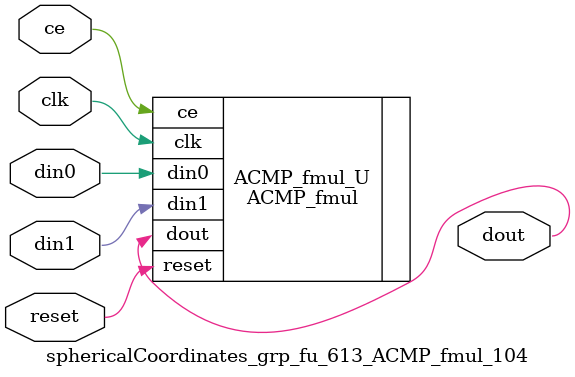
<source format=v>

`timescale 1 ns / 1 ps
module sphericalCoordinates_grp_fu_613_ACMP_fmul_104(
    clk,
    reset,
    ce,
    din0,
    din1,
    dout);

parameter ID = 32'd1;
parameter NUM_STAGE = 32'd1;
parameter din0_WIDTH = 32'd1;
parameter din1_WIDTH = 32'd1;
parameter dout_WIDTH = 32'd1;
input clk;
input reset;
input ce;
input[din0_WIDTH - 1:0] din0;
input[din1_WIDTH - 1:0] din1;
output[dout_WIDTH - 1:0] dout;



ACMP_fmul #(
.ID( ID ),
.NUM_STAGE( 4 ),
.din0_WIDTH( din0_WIDTH ),
.din1_WIDTH( din1_WIDTH ),
.dout_WIDTH( dout_WIDTH ))
ACMP_fmul_U(
    .clk( clk ),
    .reset( reset ),
    .ce( ce ),
    .din0( din0 ),
    .din1( din1 ),
    .dout( dout ));

endmodule

</source>
